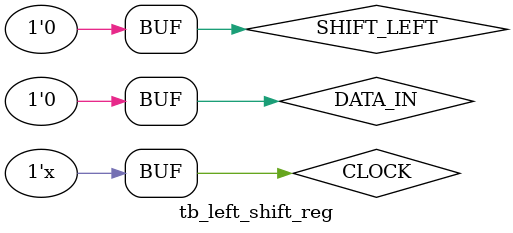
<source format=v>
module tb_left_shift_reg;

parameter reg_size = 4 ;
reg SHIFT_LEFT, DATA_IN, CLOCK ;
wire [reg_size - 1 : 0] Q ;

Left_shift_reg #(reg_size) lsr (Q, DATA_IN, SHIFT_LEFT, CLOCK);

always 
begin 
    #5 CLOCK = ~CLOCK ;
end

initial 
begin 
    CLOCK = 0 ;
    SHIFT_LEFT = 0 ;
    DATA_IN = 0 ;
    #10 SHIFT_LEFT = 1 ;

// writing 1101 to the reg with left shifting
    #43 DATA_IN = 1 ;
    #10 DATA_IN = 1 ;
    #10 DATA_IN = 0 ;
    #10 DATA_IN = 1 ;
    #3 SHIFT_LEFT = 0 ; // stop shifting the data after the required data is stored

// writing 1000 to the reg with left shifting
    #46 DATA_IN = 1 ; SHIFT_LEFT = 1 ;
    #10 DATA_IN = 0 ;
    #10 DATA_IN = 0 ;
    #10 DATA_IN = 0 ;
    #3 SHIFT_LEFT = 0 ;

//checking wether the data is written when the SHL is low (if yes there is an error)
    #10 DATA_IN = 1 ;
    #10 DATA_IN = 0 ;
end

initial 
begin
    $monitor( $time, "  CLOCK = %b, SHIFT_LEFT = %b, DATA_IN = %b, Q = %b",CLOCK, SHIFT_LEFT, DATA_IN, Q);
end

endmodule
</source>
